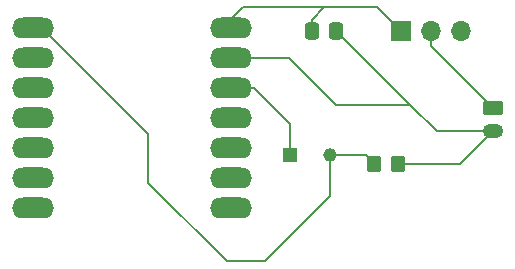
<source format=gbr>
%TF.GenerationSoftware,KiCad,Pcbnew,8.0.8*%
%TF.CreationDate,2025-02-10T00:24:17-08:00*%
%TF.ProjectId,514_final_sensor_pcb,3531345f-6669-46e6-916c-5f73656e736f,rev?*%
%TF.SameCoordinates,Original*%
%TF.FileFunction,Copper,L1,Top*%
%TF.FilePolarity,Positive*%
%FSLAX46Y46*%
G04 Gerber Fmt 4.6, Leading zero omitted, Abs format (unit mm)*
G04 Created by KiCad (PCBNEW 8.0.8) date 2025-02-10 00:24:17*
%MOMM*%
%LPD*%
G01*
G04 APERTURE LIST*
G04 Aperture macros list*
%AMRoundRect*
0 Rectangle with rounded corners*
0 $1 Rounding radius*
0 $2 $3 $4 $5 $6 $7 $8 $9 X,Y pos of 4 corners*
0 Add a 4 corners polygon primitive as box body*
4,1,4,$2,$3,$4,$5,$6,$7,$8,$9,$2,$3,0*
0 Add four circle primitives for the rounded corners*
1,1,$1+$1,$2,$3*
1,1,$1+$1,$4,$5*
1,1,$1+$1,$6,$7*
1,1,$1+$1,$8,$9*
0 Add four rect primitives between the rounded corners*
20,1,$1+$1,$2,$3,$4,$5,0*
20,1,$1+$1,$4,$5,$6,$7,0*
20,1,$1+$1,$6,$7,$8,$9,0*
20,1,$1+$1,$8,$9,$2,$3,0*%
G04 Aperture macros list end*
%TA.AperFunction,ComponentPad*%
%ADD10RoundRect,0.250000X-0.625000X0.350000X-0.625000X-0.350000X0.625000X-0.350000X0.625000X0.350000X0*%
%TD*%
%TA.AperFunction,ComponentPad*%
%ADD11O,1.750000X1.200000*%
%TD*%
%TA.AperFunction,SMDPad,CuDef*%
%ADD12RoundRect,0.250000X-0.350000X-0.450000X0.350000X-0.450000X0.350000X0.450000X-0.350000X0.450000X0*%
%TD*%
%TA.AperFunction,SMDPad,CuDef*%
%ADD13RoundRect,0.250000X-0.337500X-0.475000X0.337500X-0.475000X0.337500X0.475000X-0.337500X0.475000X0*%
%TD*%
%TA.AperFunction,ComponentPad*%
%ADD14R,1.158000X1.158000*%
%TD*%
%TA.AperFunction,ComponentPad*%
%ADD15C,1.158000*%
%TD*%
%TA.AperFunction,ComponentPad*%
%ADD16O,3.556000X1.778000*%
%TD*%
%TA.AperFunction,ComponentPad*%
%ADD17R,1.700000X1.700000*%
%TD*%
%TA.AperFunction,ComponentPad*%
%ADD18O,1.700000X1.700000*%
%TD*%
%TA.AperFunction,Conductor*%
%ADD19C,0.200000*%
%TD*%
G04 APERTURE END LIST*
D10*
%TO.P,BT1,1,+*%
%TO.N,Net-(BT1-+)*%
X112500000Y-64500000D03*
D11*
%TO.P,BT1,2,-*%
%TO.N,Net-(BT1--)*%
X112500000Y-66500000D03*
%TD*%
D12*
%TO.P,R1,1*%
%TO.N,Net-(U2-GPIO1_A0_D0)*%
X102500000Y-69250000D03*
%TO.P,R1,2*%
%TO.N,Net-(BT1--)*%
X104500000Y-69250000D03*
%TD*%
D13*
%TO.P,C1,1*%
%TO.N,Net-(SW1-A)*%
X97212500Y-58000000D03*
%TO.P,C1,2*%
%TO.N,Net-(BT1--)*%
X99287500Y-58000000D03*
%TD*%
D14*
%TO.P,R2,1*%
%TO.N,Net-(U2-3V3)*%
X95350000Y-68500000D03*
D15*
%TO.P,R2,2*%
%TO.N,Net-(U2-GPIO1_A0_D0)*%
X98750000Y-68500000D03*
%TD*%
D16*
%TO.P,U2,1,GPIO1_A0_D0*%
%TO.N,Net-(U2-GPIO1_A0_D0)*%
X73618000Y-57730500D03*
%TO.P,U2,2,GPIO2_A1_D1*%
%TO.N,unconnected-(U2-GPIO2_A1_D1-Pad2)*%
X73618000Y-60270500D03*
%TO.P,U2,3,GPIO3_A2_D2*%
%TO.N,unconnected-(U2-GPIO3_A2_D2-Pad3)*%
X73618000Y-62810500D03*
%TO.P,U2,4,GPIO4_A3_D3*%
%TO.N,unconnected-(U2-GPIO4_A3_D3-Pad4)*%
X73618000Y-65350500D03*
%TO.P,U2,5,GPIO4_A3_D3_SDA*%
%TO.N,unconnected-(U2-GPIO4_A3_D3_SDA-Pad5)*%
X73618000Y-67890500D03*
%TO.P,U2,6,GPIO6_A5_D5_SCL*%
%TO.N,unconnected-(U2-GPIO6_A5_D5_SCL-Pad6)*%
X73618000Y-70430500D03*
%TO.P,U2,7,GPIO43_TX_D6*%
%TO.N,unconnected-(U2-GPIO43_TX_D6-Pad7)*%
X73618000Y-72970500D03*
%TO.P,U2,8,5V*%
%TO.N,Net-(SW1-A)*%
X90382000Y-57730500D03*
%TO.P,U2,9,GND*%
%TO.N,Net-(BT1--)*%
X90382000Y-60270500D03*
%TO.P,U2,10,3V3*%
%TO.N,Net-(U2-3V3)*%
X90382000Y-62810500D03*
%TO.P,U2,11,GPIO9_A10_D10_COPI*%
%TO.N,unconnected-(U2-GPIO9_A10_D10_COPI-Pad11)*%
X90382000Y-65350500D03*
%TO.P,U2,12,GPIO8_A9_D9_CIPO*%
%TO.N,unconnected-(U2-GPIO8_A9_D9_CIPO-Pad12)*%
X90382000Y-67890500D03*
%TO.P,U2,13,GPIO7_A8_D8_SCK*%
%TO.N,unconnected-(U2-GPIO7_A8_D8_SCK-Pad13)*%
X90382000Y-70430500D03*
%TO.P,U2,14,GPIO44_D7_RX*%
%TO.N,unconnected-(U2-GPIO44_D7_RX-Pad14)*%
X90382000Y-72970500D03*
%TD*%
D17*
%TO.P,SW1,1,A*%
%TO.N,Net-(SW1-A)*%
X104725000Y-58000000D03*
D18*
%TO.P,SW1,2,B*%
%TO.N,Net-(BT1-+)*%
X107265000Y-58000000D03*
%TO.P,SW1,3,C*%
%TO.N,unconnected-(SW1-C-Pad3)*%
X109805000Y-58000000D03*
%TD*%
D19*
%TO.N,Net-(BT1-+)*%
X112500000Y-64500000D02*
X107265000Y-59265000D01*
X107265000Y-59265000D02*
X107265000Y-58000000D01*
%TO.N,Net-(BT1--)*%
X105518750Y-64231250D02*
X99287500Y-58000000D01*
X89620000Y-60270500D02*
X95270500Y-60270500D01*
X105500000Y-64250000D02*
X105518750Y-64231250D01*
X112500000Y-66500000D02*
X107787500Y-66500000D01*
X104500000Y-69250000D02*
X109750000Y-69250000D01*
X95270500Y-60270500D02*
X99250000Y-64250000D01*
X99250000Y-64250000D02*
X105500000Y-64250000D01*
X109750000Y-69250000D02*
X112500000Y-66500000D01*
X107787500Y-66500000D02*
X105518750Y-64231250D01*
%TO.N,Net-(SW1-A)*%
X91350500Y-56000000D02*
X89620000Y-57730500D01*
X104725000Y-58000000D02*
X102725000Y-56000000D01*
X97212500Y-57037500D02*
X97212500Y-58000000D01*
X102725000Y-56000000D02*
X100000000Y-56000000D01*
X98250000Y-56000000D02*
X97212500Y-57037500D01*
X100000000Y-56000000D02*
X91350500Y-56000000D01*
X100000000Y-56000000D02*
X98250000Y-56000000D01*
%TO.N,Net-(U2-GPIO1_A0_D0)*%
X101750000Y-68500000D02*
X102500000Y-69250000D01*
X90000000Y-77500000D02*
X93250000Y-77500000D01*
X98750000Y-72000000D02*
X98750000Y-68500000D01*
X93250000Y-77500000D02*
X98750000Y-72000000D01*
X83351000Y-66701500D02*
X83351000Y-70851000D01*
X83351000Y-70851000D02*
X90000000Y-77500000D01*
X98750000Y-68500000D02*
X101750000Y-68500000D01*
X74380000Y-57730500D02*
X83351000Y-66701500D01*
%TO.N,Net-(U2-3V3)*%
X89620000Y-62810500D02*
X92310500Y-62810500D01*
X95350000Y-65850000D02*
X95350000Y-68500000D01*
X92310500Y-62810500D02*
X95350000Y-65850000D01*
%TD*%
M02*

</source>
